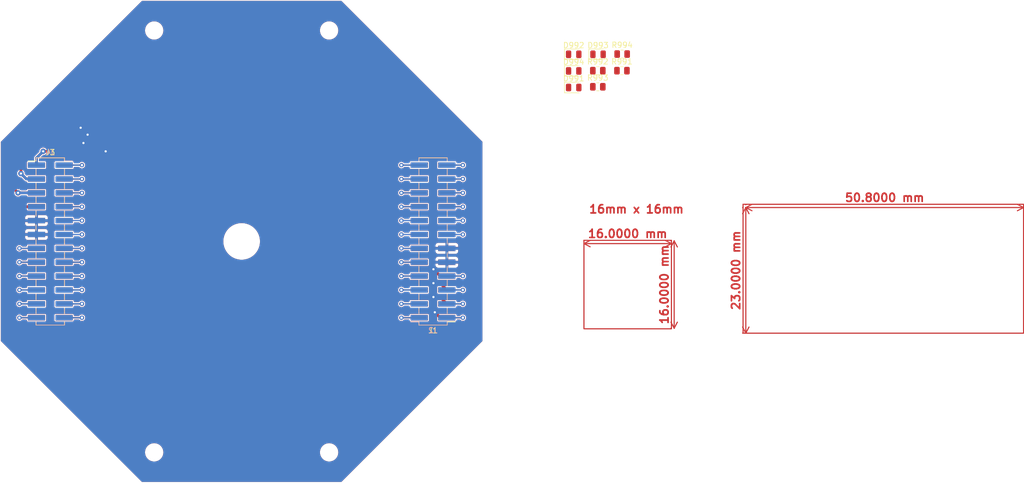
<source format=kicad_pcb>
(kicad_pcb (version 20211014) (generator pcbnew)
  (layers (0 "F.Cu" signal) (31 "B.Cu" signal) (34 "B.Paste" user) (35 "F.Paste" user) (36 "B.SilkS" user "B.Silkscreen") (37 "F.SilkS" user "F.Silkscreen") (38 "B.Mask" user) (39 "F.Mask" user) (44 "Edge.Cuts" user))
  (net 0 "")
  (net 1 "/VBAT")
  (net 2 "/B2B_GPIO_0")
  (net 3 "/9V")
  (net 4 "/B2B_GPIO_1")
  (net 5 "/5V")
  (net 6 "/B2B_GPIO_2")
  (net 7 "/3V3")
  (net 8 "/B2B_GPIO_3")
  (net 9 "/GND")
  (net 10 "/B2B_GPIO_4")
  (net 11 "Net-(D991-Pad2)")
  (net 12 "/B2B_GPIO_5")
  (net 13 "/CONT_3V3")
  (net 14 "/B2B_GPIO_6")
  (net 15 "/B2B_I2C_SDA")
  (net 16 "/B2B_GPIO_7")
  (net 17 "/B2B_I2C_SCL")
  (net 18 "/B2B_GPIO_8")
  (net 19 "/B2B_SPI_SCK")
  (net 20 "/B2B_GPIO_9")
  (net 21 "/B2B_SPI_MISO")
  (net 22 "/B2B_GPIO_10")
  (net 23 "/B2B_SPI_MOSI")
  (net 24 "/B2B_GPIO_11")
  (net 25 "Net-(D992-Pad2)")
  (net 26 "/CONT_GND")
  (net 27 "Net-(D993-Pad2)")
  (net 28 "Net-(D994-Pad2)")
  (net 29 "/B2B_UART_SDI")
  (net 30 "/B2B_UART_SDO")
  (net 31 "/TELEM_CS")
  (net 32 "/TELEM_INT")
  (net 33 "/TELEM_RST")
  (net 34 "/POWER_STATE")
  (net 35 "/POWER_RESET")
  (net 36 "/B2B_GPIO_12")
  (net 37 "/B2B_GPIO_13")
  (net 38 "/B2B_GPIO_14")
  (net 39 "/B2B_GPIO_15")
  (net 40 "/B2B_GPIO_16")
  (net 41 "/B2B_GPIO_17")
  (net 42 "/B2B_GPIO_18")
  (net 43 "/B2B_GPIO_19")
  (net 44 "/B2B_GPIO_20")
  (net 45 "/B2B_GPIO_21")
  (footprint "Connector_PinHeader_2.54mm:PinHeader_2x12_P2.54mm_Vertical_SMD" (layer "F.Cu") (at 156.9 96.5 180)
    (fp_text reference "J1" (at 0 -16.3) (layer "F.SilkS"))
    (fp_text value "Conn_02x12_Odd_Even")
    (fp_line (start -2.6 2.03) (end -2.6 3.05) (layer "F.SilkS") (width 0.12))
    (fp_line (start 2.6 -13.21) (end 2.6 -12.19) (layer "F.SilkS") (width 0.12))
    (fp_line (start -2.6 14.73) (end -2.6 15.3) (layer "F.SilkS") (width 0.12))
    (fp_line (start 2.6 -8.13) (end 2.6 -7.11) (layer "F.SilkS") (width 0.12))
    (fp_line (start 2.6 -3.05) (end 2.6 -2.03) (layer "F.SilkS") (width 0.12))
    (fp_line (start 2.6 2.03) (end 2.6 3.05) (layer "F.SilkS") (width 0.12))
    (fp_line (start 2.6 14.73) (end 2.6 15.3) (layer "F.SilkS") (width 0.12))
    (fp_line (start -2.6 -15.3) (end -2.6 -14.73) (layer "F.SilkS") (width 0.12))
    (fp_line (start -2.6 -3.05) (end -2.6 -2.03) (layer "F.SilkS") (width 0.12))
    (fp_line (start -2.6 -15.3) (end 2.6 -15.3) (layer "F.SilkS") (width 0.12))
    (fp_line (start 2.6 4.57) (end 2.6 5.59) (layer "F.SilkS") (width 0.12))
    (fp_line (start 2.6 -5.59) (end 2.6 -4.57) (layer "F.SilkS") (width 0.12))
    (fp_line (start -2.6 -13.21) (end -2.6 -12.19) (layer "F.SilkS") (width 0.12))
    (fp_line (start -2.6 15.3) (end 2.6 15.3) (layer "F.SilkS") (width 0.12))
    (fp_line (start -2.6 7.11) (end -2.6 8.13) (layer "F.SilkS") (width 0.12))
    (fp_line (start 2.6 9.65) (end 2.6 10.67) (layer "F.SilkS") (width 0.12))
    (fp_line (start -2.6 9.65) (end -2.6 10.67) (layer "F.SilkS") (width 0.12))
    (fp_line (start -2.6 -10.67) (end -2.6 -9.65) (layer "F.SilkS") (width 0.12))
    (fp_line (start 2.6 -15.3) (end 2.6 -14.73) (layer "F.SilkS") (width 0.12))
    (fp_line (start -2.6 -0.51) (end -2.6 0.51) (layer "F.SilkS") (width 0.12))
    (fp_line (start 2.6 7.11) (end 2.6 8.13) (layer "F.SilkS") (width 0.12))
    (fp_line (start -2.6 -5.59) (end -2.6 -4.57) (layer "F.SilkS") (width 0.12))
    (fp_line (start -2.6 4.57) (end -2.6 5.59) (layer "F.SilkS") (width 0.12))
    (fp_line (start -2.6 -8.13) (end -2.6 -7.11) (layer "F.SilkS") (width 0.12))
    (fp_line (start 2.6 -10.67) (end 2.6 -9.65) (layer "F.SilkS") (width 0.12))
    (fp_line (start 2.6 12.19) (end 2.6 13.21) (layer "F.SilkS") (width 0.12))
    (fp_line (start 2.6 -0.51) (end 2.6 0.51) (layer "F.SilkS") (width 0.12))
    (fp_line (start -4.04 -14.73) (end -2.6 -14.73) (layer "F.SilkS") (width 0.12))
    (fp_line (start -2.6 12.19) (end -2.6 13.21) (layer "F.SilkS") (width 0.12))
    (pad "1" smd rect locked (at -2.525 -13.97 180) (size 3.15 1) (layers "F.Cu" "F.Paste" "F.Mask") (net 1 "/VBAT"))
    (pad "2" smd rect locked (at 2.525 -13.97 180) (size 3.15 1) (layers "F.Cu" "F.Paste" "F.Mask") (net 29 "/B2B_UART_SDI"))
    (pad "3" smd rect locked (at -2.525 -11.43 180) (size 3.15 1) (layers "F.Cu" "F.Paste" "F.Mask") (net 3 "/9V"))
    (pad "4" smd rect locked (at 2.525 -11.43 180) (size 3.15 1) (layers "F.Cu" "F.Paste" "F.Mask") (net 30 "/B2B_UART_SDO"))
    (pad "5" smd rect locked (at -2.525 -8.89 180) (size 3.15 1) (layers "F.Cu" "F.Paste" "F.Mask") (net 5 "/5V"))
    (pad "6" smd rect locked (at 2.525 -8.89 180) (size 3.15 1) (layers "F.Cu" "F.Paste" "F.Mask") (net 31 "/TELEM_CS"))
    (pad "7" smd rect locked (at -2.525 -6.35 180) (size 3.15 1) (layers "F.Cu" "F.Paste" "F.Mask") (net 7 "/3V3"))
    (pad "8" smd rect locked (at 2.525 -6.35 180) (size 3.15 1) (layers "F.Cu" "F.Paste" "F.Mask") (net 32 "/TELEM_INT"))
    (pad "9" smd rect locked (at -2.525 -3.81 180) (size 3.15 1) (layers "F.Cu" "F.Paste" "F.Mask") (net 9 "/GND"))
    (pad "10" smd rect locked (at 2.525 -3.81 180) (size 3.15 1) (layers "F.Cu" "F.Paste" "F.Mask") (net 33 "/TELEM_RST"))
    (pad "11" smd rect locked (at -2.525 -1.27 180) (size 3.15 1) (layers "F.Cu" "F.Paste" "F.Mask") (net 9 "/GND"))
    (pad "12" smd rect locked (at 2.525 -1.27 180) (size 3.15 1) (layers "F.Cu" "F.Paste" "F.Mask") (net 34 "/POWER_STATE"))
    (pad "13" smd rect locked (at -2.525 1.27 180) (size 3.15 1) (layers "F.Cu" "F.Paste" "F.Mask") (net 13 "/CONT_3V3"))
    (pad "14" smd rect locked (at 2.525 1.27 180) (size 3.15 1) (layers "F.Cu" "F.Paste" "F.Mask") (net 35 "/POWER_RESET"))
    (pad "15" smd rect locked (at -2.525 3.81 180) (size 3.15 1) (layers "F.Cu" "F.Paste" "F.Mask") (net 19 "/B2B_SPI_SCK"))
    (pad "16" smd rect locked (at 2.525 3.81 180) (size 3.15 1) (layers "F.Cu" "F.Paste" "F.Mask") (net 2 "/B2B_GPIO_0"))
    (pad "17" smd rect locked (at -2.525 6.35 180) (size 3.15 1) (layers "F.Cu" "F.Paste" "F.Mask") (net 23 "/B2B_SPI_MOSI"))
    (pad "18" smd rect locked (at 2.525 6.35 180) (size 3.15 1) (layers "F.Cu" "F.Paste" "F.Mask") (net 4 "/B2B_GPIO_1"))
    (pad "19" smd rect locked (at -2.525 8.89 180) (size 3.15 1) (layers "F.Cu" "F.Paste" "F.Mask") (net 21 "/B2B_SPI_MISO"))
    (pad "20" smd rect locked (at 2.525 8.89 180) (size 3.15 1) (layers "F.Cu" "F.Paste" "F.Mask") (net 6 "/B2B_GPIO_2"))
    (pad "21" smd rect locked (at -2.525 11.43 180) (size 3.15 1) (layers "F.Cu" "F.Paste" "F.Mask") (net 17 "/B2B_I2C_SCL"))
    (pad "22" smd rect locked (at 2.525 11.43 180) (size 3.15 1) (layers "F.Cu" "F.Paste" "F.Mask") (net 8 "/B2B_GPIO_3"))
    (pad "23" smd rect locked (at -2.525 13.97 180) (size 3.15 1) (layers "F.Cu" "F.Paste" "F.Mask") (net 15 "/B2B_I2C_SDA"))
    (pad "24" smd rect locked (at 2.525 13.97 180) (size 3.15 1) (layers "F.Cu" "F.Paste" "F.Mask") (net 10 "/B2B_GPIO_4"))
  )
  (footprint "Resistor_SMD:R_0805_2012Metric" (layer "F.Cu") (at 191.446 65.241)
    (fp_text reference "R991" (at 0 -1.65) (layer "F.SilkS"))
    (fp_text value "270Ohm")
    (fp_line (start -0.227064 -0.735) (end 0.227064 -0.735) (layer "F.SilkS") (width 0.12))
    (fp_line (start -0.227064 0.735) (end 0.227064 0.735) (layer "F.SilkS") (width 0.12))
    (pad "1" smd roundrect locked (at -0.9125 0) (size 1.025 1.4) (layers "F.Cu" "F.Paste" "F.Mask") (roundrect_rratio 0.243902) (net 11 "Net-(D991-Pad2)"))
    (pad "2" smd roundrect locked (at 0.9125 0) (size 1.025 1.4) (layers "F.Cu" "F.Paste" "F.Mask") (roundrect_rratio 0.243902) (net 13 "/CONT_3V3"))
  )
  (footprint "LED_SMD:LED_0805_2012Metric" (layer "F.Cu") (at 187.076 62.246)
    (fp_text reference "D993" (at 0 -1.65) (layer "F.SilkS"))
    (fp_text value "GREEN")
    (fp_line (start 1 -0.96) (end -1.685 -0.96) (layer "F.SilkS") (width 0.12))
    (fp_line (start -1.685 -0.96) (end -1.685 0.96) (layer "F.SilkS") (width 0.12))
    (fp_line (start -1.685 0.96) (end 1 0.96) (layer "F.SilkS") (width 0.12))
    (pad "1" smd roundrect locked (at -0.9375 0) (size 0.975 1.4) (layers "F.Cu" "F.Paste" "F.Mask") (net 26 "/CONT_GND"))
    (pad "2" smd roundrect locked (at 0.9375 0) (size 0.975 1.4) (layers "F.Cu" "F.Paste" "F.Mask") (net 27 "Net-(D993-Pad2)"))
  )
  (footprint "Resistor_SMD:R_0805_2012Metric" (layer "F.Cu") (at 187.036 65.241)
    (fp_text reference "R992" (at 0 -1.65) (layer "F.SilkS"))
    (fp_text value "270Ohm")
    (fp_line (start -0.227064 0.735) (end 0.227064 0.735) (layer "F.SilkS") (width 0.12))
    (fp_line (start -0.227064 -0.735) (end 0.227064 -0.735) (layer "F.SilkS") (width 0.12))
    (pad "1" smd roundrect locked (at -0.9125 0) (size 1.025 1.4) (layers "F.Cu" "F.Paste" "F.Mask") (roundrect_rratio 0.243902) (net 25 "Net-(D992-Pad2)"))
    (pad "2" smd roundrect locked (at 0.9125 0) (size 1.025 1.4) (layers "F.Cu" "F.Paste" "F.Mask") (roundrect_rratio 0.243902) (net 7 "/3V3"))
  )
  (footprint "LED_SMD:LED_0805_2012Metric" (layer "F.Cu") (at 182.626 62.246)
    (fp_text reference "D992" (at 0 -1.65) (layer "F.SilkS"))
    (fp_text value "RED")
    (fp_line (start 1 -0.96) (end -1.685 -0.96) (layer "F.SilkS") (width 0.12))
    (fp_line (start -1.685 0.96) (end 1 0.96) (layer "F.SilkS") (width 0.12))
    (fp_line (start -1.685 -0.96) (end -1.685 0.96) (layer "F.SilkS") (width 0.12))
    (pad "1" smd roundrect locked (at -0.9375 0) (size 0.975 1.4) (layers "F.Cu" "F.Paste" "F.Mask") (net 13 "/CONT_3V3"))
    (pad "2" smd roundrect locked (at 0.9375 0) (size 0.975 1.4) (layers "F.Cu" "F.Paste" "F.Mask") (net 25 "Net-(D992-Pad2)"))
  )
  (footprint "Resistor_SMD:R_0805_2012Metric" (layer "F.Cu") (at 191.486 62.201)
    (fp_text reference "R994" (at 0 -1.65) (layer "F.SilkS"))
    (fp_text value "270Ohm")
    (fp_line (start -0.227064 0.735) (end 0.227064 0.735) (layer "F.SilkS") (width 0.12))
    (fp_line (start -0.227064 -0.735) (end 0.227064 -0.735) (layer "F.SilkS") (width 0.12))
    (pad "1" smd roundrect locked (at -0.9125 0) (size 1.025 1.4) (layers "F.Cu" "F.Paste" "F.Mask") (roundrect_rratio 0.243902) (net 28 "Net-(D994-Pad2)"))
    (pad "2" smd roundrect locked (at 0.9125 0) (size 1.025 1.4) (layers "F.Cu" "F.Paste" "F.Mask") (roundrect_rratio 0.243902) (net 26 "/CONT_GND"))
  )
  (footprint "LED_SMD:LED_0805_2012Metric" (layer "F.Cu") (at 182.626 68.326)
    (fp_text reference "D991" (at 0 -1.65) (layer "F.SilkS"))
    (fp_text value "GREEN")
    (fp_line (start -1.685 -0.96) (end -1.685 0.96) (layer "F.SilkS") (width 0.12))
    (fp_line (start -1.685 0.96) (end 1 0.96) (layer "F.SilkS") (width 0.12))
    (fp_line (start 1 -0.96) (end -1.685 -0.96) (layer "F.SilkS") (width 0.12))
    (pad "1" smd roundrect locked (at -0.9375 0) (size 0.975 1.4) (layers "F.Cu" "F.Paste" "F.Mask") (net 9 "/GND"))
    (pad "2" smd roundrect locked (at 0.9375 0) (size 0.975 1.4) (layers "F.Cu" "F.Paste" "F.Mask") (net 11 "Net-(D991-Pad2)"))
  )
  (footprint "LED_SMD:LED_0805_2012Metric" (layer "F.Cu") (at 182.626 65.286)
    (fp_text reference "D994" (at 0 -1.65) (layer "F.SilkS"))
    (fp_text value "RED")
    (fp_line (start 1 -0.96) (end -1.685 -0.96) (layer "F.SilkS") (width 0.12))
    (fp_line (start -1.685 -0.96) (end -1.685 0.96) (layer "F.SilkS") (width 0.12))
    (fp_line (start -1.685 0.96) (end 1 0.96) (layer "F.SilkS") (width 0.12))
    (pad "1" smd roundrect locked (at -0.9375 0) (size 0.975 1.4) (layers "F.Cu" "F.Paste" "F.Mask") (net 7 "/3V3"))
    (pad "2" smd roundrect locked (at 0.9375 0) (size 0.975 1.4) (layers "F.Cu" "F.Paste" "F.Mask") (net 28 "Net-(D994-Pad2)"))
  )
  (footprint "Connector_PinHeader_2.54mm:PinHeader_2x12_P2.54mm_Vertical_SMD" (layer "F.Cu") (at 86.9 96.5)
    (fp_text reference "J3" (at 0 -16.3) (layer "F.SilkS"))
    (fp_text value "Conn_02x12_Odd_Even")
    (fp_line (start -2.6 -8.13) (end -2.6 -7.11) (layer "F.SilkS") (width 0.12))
    (fp_line (start 2.6 -0.51) (end 2.6 0.51) (layer "F.SilkS") (width 0.12))
    (fp_line (start -2.6 -15.3) (end 2.6 -15.3) (layer "F.SilkS") (width 0.12))
    (fp_line (start -2.6 -15.3) (end -2.6 -14.73) (layer "F.SilkS") (width 0.12))
    (fp_line (start -2.6 -3.05) (end -2.6 -2.03) (layer "F.SilkS") (width 0.12))
    (fp_line (start 2.6 4.57) (end 2.6 5.59) (layer "F.SilkS") (width 0.12))
    (fp_line (start 2.6 2.03) (end 2.6 3.05) (layer "F.SilkS") (width 0.12))
    (fp_line (start -2.6 12.19) (end -2.6 13.21) (layer "F.SilkS") (width 0.12))
    (fp_line (start -2.6 -10.67) (end -2.6 -9.65) (layer "F.SilkS") (width 0.12))
    (fp_line (start 2.6 -8.13) (end 2.6 -7.11) (layer "F.SilkS") (width 0.12))
    (fp_line (start -2.6 -0.51) (end -2.6 0.51) (layer "F.SilkS") (width 0.12))
    (fp_line (start -2.6 -5.59) (end -2.6 -4.57) (layer "F.SilkS") (width 0.12))
    (fp_line (start 2.6 -5.59) (end 2.6 -4.57) (layer "F.SilkS") (width 0.12))
    (fp_line (start -2.6 15.3) (end 2.6 15.3) (layer "F.SilkS") (width 0.12))
    (fp_line (start 2.6 7.11) (end 2.6 8.13) (layer "F.SilkS") (width 0.12))
    (fp_line (start 2.6 12.19) (end 2.6 13.21) (layer "F.SilkS") (width 0.12))
    (fp_line (start -2.6 4.57) (end -2.6 5.59) (layer "F.SilkS") (width 0.12))
    (fp_line (start 2.6 14.73) (end 2.6 15.3) (layer "F.SilkS") (width 0.12))
    (fp_line (start 2.6 -15.3) (end 2.6 -14.73) (layer "F.SilkS") (width 0.12))
    (fp_line (start 2.6 -10.67) (end 2.6 -9.65) (layer "F.SilkS") (width 0.12))
    (fp_line (start -2.6 14.73) (end -2.6 15.3) (layer "F.SilkS") (width 0.12))
    (fp_line (start -4.04 -14.73) (end -2.6 -14.73) (layer "F.SilkS") (width 0.12))
    (fp_line (start -2.6 2.03) (end -2.6 3.05) (layer "F.SilkS") (width 0.12))
    (fp_line (start 2.6 -13.21) (end 2.6 -12.19) (layer "F.SilkS") (width 0.12))
    (fp_line (start 2.6 -3.05) (end 2.6 -2.03) (layer "F.SilkS") (width 0.12))
    (fp_line (start -2.6 -13.21) (end -2.6 -12.19) (layer "F.SilkS") (width 0.12))
    (fp_line (start -2.6 9.65) (end -2.6 10.67) (layer "F.SilkS") (width 0.12))
    (fp_line (start -2.6 7.11) (end -2.6 8.13) (layer "F.SilkS") (width 0.12))
    (fp_line (start 2.6 9.65) (end 2.6 10.67) (layer "F.SilkS") (width 0.12))
    (pad "1" smd rect locked (at -2.525 -13.97) (size 3.15 1) (layers "F.Cu" "F.Paste" "F.Mask") (net 1 "/VBAT"))
    (pad "2" smd rect locked (at 2.525 -13.97) (size 3.15 1) (layers "F.Cu" "F.Paste" "F.Mask") (net 22 "/B2B_GPIO_10"))
    (pad "3" smd rect locked (at -2.525 -11.43) (size 3.15 1) (layers "F.Cu" "F.Paste" "F.Mask") (net 3 "/9V"))
    (pad "4" smd rect locked (at 2.525 -11.43) (size 3.15 1) (layers "F.Cu" "F.Paste" "F.Mask") (net 24 "/B2B_GPIO_11"))
    (pad "5" smd rect locked (at -2.525 -8.89) (size 3.15 1) (layers "F.Cu" "F.Paste" "F.Mask") (net 5 "/5V"))
    (pad "6" smd rect locked (at 2.525 -8.89) (size 3.15 1) (layers "F.Cu" "F.Paste" "F.Mask") (net 36 "/B2B_GPIO_12"))
    (pad "7" smd rect locked (at -2.525 -6.35) (size 3.15 1) (layers "F.Cu" "F.Paste" "F.Mask") (net 7 "/3V3"))
    (pad "8" smd rect locked (at 2.525 -6.35) (size 3.15 1) (layers "F.Cu" "F.Paste" "F.Mask") (net 37 "/B2B_GPIO_13"))
    (pad "9" smd rect locked (at -2.525 -3.81) (size 3.15 1) (layers "F.Cu" "F.Paste" "F.Mask") (net 9 "/GND"))
    (pad "10" smd rect locked (at 2.525 -3.81) (size 3.15 1) (layers "F.Cu" "F.Paste" "F.Mask") (net 38 "/B2B_GPIO_14"))
    (pad "11" smd rect locked (at -2.525 -1.27) (size 3.15 1) (layers "F.Cu" "F.Paste" "F.Mask") (net 9 "/GND"))
    (pad "12" smd rect locked (at 2.525 -1.27) (size 3.15 1) (layers "F.Cu" "F.Paste" "F.Mask") (net 39 "/B2B_GPIO_15"))
    (pad "13" smd rect locked (at -2.525 1.27) (size 3.15 1) (layers "F.Cu" "F.Paste" "F.Mask") (net 26 "/CONT_GND"))
    (pad "14" smd rect locked (at 2.525 1.27) (size 3.15 1) (layers "F.Cu" "F.Paste" "F.Mask") (net 40 "/B2B_GPIO_16"))
    (pad "15" smd rect locked (at -2.525 3.81) (size 3.15 1) (layers "F.Cu" "F.Paste" "F.Mask") (net 12 "/B2B_GPIO_5"))
    (pad "16" smd rect locked (at 2.525 3.81) (size 3.15 1) (layers "F.Cu" "F.Paste" "F.Mask") (net 41 "/B2B_GPIO_17"))
    (pad "17" smd rect locked (at -2.525 6.35) (size 3.15 1) (layers "F.Cu" "F.Paste" "F.Mask") (net 14 "/B2B_GPIO_6"))
    (pad "18" smd rect locked (at 2.525 6.35) (size 3.15 1) (layers "F.Cu" "F.Paste" "F.Mask") (net 42 "/B2B_GPIO_18"))
    (pad "19" smd rect locked (at -2.525 8.89) (size 3.15 1) (layers "F.Cu" "F.Paste" "F.Mask") (net 16 "/B2B_GPIO_7"))
    (pad "20" smd rect locked (at 2.525 8.89) (size 3.15 1) (layers "F.Cu" "F.Paste" "F.Mask") (net 43 "/B2B_GPIO_19"))
    (pad "21" smd rect locked (at -2.525 11.43) (size 3.15 1) (layers "F.Cu" "F.Paste" "F.Mask") (net 18 "/B2B_GPIO_8"))
    (pad "22" smd rect locked (at 2.525 11.43) (size 3.15 1) (layers "F.Cu" "F.Paste" "F.Mask") (net 44 "/B2B_GPIO_20"))
    (pad "23" smd rect locked (at -2.525 13.97) (size 3.15 1) (layers "F.Cu" "F.Paste" "F.Mask") (net 20 "/B2B_GPIO_9"))
    (pad "24" smd rect locked (at 2.525 13.97) (size 3.15 1) (layers "F.Cu" "F.Paste" "F.Mask") (net 45 "/B2B_GPIO_21"))
  )
  (footprint "Resistor_SMD:R_0805_2012Metric" (layer "F.Cu") (at 187.036 68.191)
    (fp_text reference "R993" (at 0 -1.65) (layer "F.SilkS"))
    (fp_text value "270Ohm")
    (fp_line (start -0.227064 -0.735) (end 0.227064 -0.735) (layer "F.SilkS") (width 0.12))
    (fp_line (start -0.227064 0.735) (end 0.227064 0.735) (layer "F.SilkS") (width 0.12))
    (pad "1" smd roundrect locked (at -0.9125 0) (size 1.025 1.4) (layers "F.Cu" "F.Paste" "F.Mask") (roundrect_rratio 0.243902) (net 27 "Net-(D993-Pad2)"))
    (pad "2" smd roundrect locked (at 0.9125 0) (size 1.025 1.4) (layers "F.Cu" "F.Paste" "F.Mask") (roundrect_rratio 0.243902) (net 7 "/3V3"))
  )
  (footprint "Connector_PinHeader_2.54mm:PinHeader_2x12_P2.54mm_Vertical_SMD" (layer "B.Cu") (at 156.9 96.5)
    (fp_text reference "J2" (at 0 16.3) (layer "B.SilkS") (effects (justify mirror)))
    (fp_text value "Conn_02x12_Odd_Even")
    (fp_line (start -2.6 -15.3) (end 2.6 -15.3) (layer "B.SilkS") (width 0.12))
    (fp_line (start -2.6 -2.03) (end -2.6 -3.05) (layer "B.SilkS") (width 0.12))
    (fp_line (start 2.6 -9.65) (end 2.6 -10.67) (layer "B.SilkS") (width 0.12))
    (fp_line (start -2.6 -12.19) (end -2.6 -13.21) (layer "B.SilkS") (width 0.12))
    (fp_line (start 2.6 5.59) (end 2.6 4.57) (layer "B.SilkS") (width 0.12))
    (fp_line (start -2.6 3.05) (end -2.6 2.03) (layer "B.SilkS") (width 0.12))
    (fp_line (start 2.6 -14.73) (end 2.6 -15.3) (layer "B.SilkS") (width 0.12))
    (fp_line (start 2.6 -2.03) (end 2.6 -3.05) (layer "B.SilkS") (width 0.12))
    (fp_line (start 2.6 -12.19) (end 2.6 -13.21) (layer "B.SilkS") (width 0.12))
    (fp_line (start 2.6 0.51) (end 2.6 -0.51) (layer "B.SilkS") (width 0.12))
    (fp_line (start -2.6 15.3) (end 2.6 15.3) (layer "B.SilkS") (width 0.12))
    (fp_line (start -4.04 14.73) (end -2.6 14.73) (layer "B.SilkS") (width 0.12))
    (fp_line (start 2.6 3.05) (end 2.6 2.03) (layer "B.SilkS") (width 0.12))
    (fp_line (start 2.6 8.13) (end 2.6 7.11) (layer "B.SilkS") (width 0.12))
    (fp_line (start 2.6 -4.57) (end 2.6 -5.59) (layer "B.SilkS") (width 0.12))
    (fp_line (start -2.6 -4.57) (end -2.6 -5.59) (layer "B.SilkS") (width 0.12))
    (fp_line (start 2.6 13.21) (end 2.6 12.19) (layer "B.SilkS") (width 0.12))
    (fp_line (start -2.6 -9.65) (end -2.6 -10.67) (layer "B.SilkS") (width 0.12))
    (fp_line (start 2.6 -7.11) (end 2.6 -8.13) (layer "B.SilkS") (width 0.12))
    (fp_line (start -2.6 15.3) (end -2.6 14.73) (layer "B.SilkS") (width 0.12))
    (fp_line (start -2.6 5.59) (end -2.6 4.57) (layer "B.SilkS") (width 0.12))
    (fp_line (start -2.6 8.13) (end -2.6 7.11) (layer "B.SilkS") (width 0.12))
    (fp_line (start 2.6 10.67) (end 2.6 9.65) (layer "B.SilkS") (width 0.12))
    (fp_line (start -2.6 0.51) (end -2.6 -0.51) (layer "B.SilkS") (width 0.12))
    (fp_line (start -2.6 -14.73) (end -2.6 -15.3) (layer "B.SilkS") (width 0.12))
    (fp_line (start -2.6 10.67) (end -2.6 9.65) (layer "B.SilkS") (width 0.12))
    (fp_line (start -2.6 13.21) (end -2.6 12.19) (layer "B.SilkS") (width 0.12))
    (fp_line (start -2.6 -7.11) (end -2.6 -8.13) (layer "B.SilkS") (width 0.12))
    (fp_line (start 2.6 15.3) (end 2.6 14.73) (layer "B.SilkS") (width 0.12))
    (pad "1" smd rect locked (at -2.525 13.97) (size 3.15 1) (layers "B.Cu" "B.Paste" "B.Mask") (net 29 "/B2B_UART_SDI"))
    (pad "2" smd rect locked (at 2.525 13.97) (size 3.15 1) (layers "B.Cu" "B.Paste" "B.Mask") (net 1 "/VBAT"))
    (pad "3" smd rect locked (at -2.525 11.43) (size 3.15 1) (layers "B.Cu" "B.Paste" "B.Mask") (net 30 "/B2B_UART_SDO"))
    (pad "4" smd rect locked (at 2.525 11.43) (size 3.15 1) (layers "B.Cu" "B.Paste" "B.Mask") (net 3 "/9V"))
    (pad "5" smd rect locked (at -2.525 8.89) (size 3.15 1) (layers "B.Cu" "B.Paste" "B.Mask") (net 31 "/TELEM_CS"))
    (pad "6" smd rect locked (at 2.525 8.89) (size 3.15 1) (layers "B.Cu" "B.Paste" "B.Mask") (net 5 "/5V"))
    (pad "7" smd rect locked (at -2.525 6.35) (size 3.15 1) (layers "B.Cu" "B.Paste" "B.Mask") (net 32 "/TELEM_INT"))
    (pad "8" smd rect locked (at 2.525 6.35) (size 3.15 1) (layers "B.Cu" "B.Paste" "B.Mask") (net 7 "/3V3"))
    (pad "9" smd rect locked (at -2.525 3.81) (size 3.15 1) (layers "B.Cu" "B.Paste" "B.Mask") (net 33 "/TELEM_RST"))
    (pad "10" smd rect locked (at 2.525 3.81) (size 3.15 1) (layers "B.Cu" "B.Paste" "B.Mask") (net 9 "/GND"))
    (pad "11" smd rect locked (at -2.525 1.27) (size 3.15 1) (layers "B.Cu" "B.Paste" "B.Mask") (net 34 "/POWER_STATE"))
    (pad "12" smd rect locked (at 2.525 1.27) (size 3.15 1) (layers "B.Cu" "B.Paste" "B.Mask") (net 9 "/GND"))
    (pad "13" smd rect locked (at -2.525 -1.27) (size 3.15 1) (layers "B.Cu" "B.Paste" "B.Mask") (net 35 "/POWER_RESET"))
    (pad "14" smd rect locked (at 2.525 -1.27) (size 3.15 1) (layers "B.Cu" "B.Paste" "B.Mask") (net 13 "/CONT_3V3"))
    (pad "15" smd rect locked (at -2.525 -3.81) (size 3.15 1) (layers "B.Cu" "B.Paste" "B.Mask") (net 2 "/B2B_GPIO_0"))
    (pad "16" smd rect locked (at 2.525 -3.81) (size 3.15 1) (layers "B.Cu" "B.Paste" "B.Mask") (net 19 "/B2B_SPI_SCK"))
    (pad "17" smd rect locked (at -2.525 -6.35) (size 3.15 1) (layers "B.Cu" "B.Paste" "B.Mask") (net 4 "/B2B_GPIO_1"))
    (pad "18" smd rect locked (at 2.525 -6.35) (size 3.15 1) (layers "B.Cu" "B.Paste" "B.Mask") (net 23 "/B2B_SPI_MOSI"))
    (pad "19" smd rect locked (at -2.525 -8.89) (size 3.15 1) (layers "B.Cu" "B.Paste" "B.Mask") (net 6 "/B2B_GPIO_2"))
    (pad "20" smd rect locked (at 2.525 -8.89) (size 3.15 1) (layers "B.Cu" "B.Paste" "B.Mask") (net 21 "/B2B_SPI_MISO"))
    (pad "21" smd rect locked (at -2.525 -11.43) (size 3.15 1) (layers "B.Cu" "B.Paste" "B.Mask") (net 8 "/B2B_GPIO_3"))
    (pad "22" smd rect locked (at 2.525 -11.43) (size 3.15 1) (layers "B.Cu" "B.Paste" "B.Mask") (net 17 "/B2B_I2C_SCL"))
    (pad "23" smd rect locked (at -2.525 -13.97) (size 3.15 1) (layers "B.Cu" "B.Paste" "B.Mask") (net 10 "/B2B_GPIO_4"))
    (pad "24" smd rect locked (at 2.525 -13.97) (size 3.15 1) (layers "B.Cu" "B.Paste" "B.Mask") (net 15 "/B2B_I2C_SDA"))
  )
  (footprint "Connector_PinHeader_2.54mm:PinHeader_2x12_P2.54mm_Vertical_SMD" (layer "B.Cu") (at 86.9 96.5 180)
    (fp_text reference "J4" (at 0 16.3) (layer "B.SilkS") (effects (justify mirror)))
    (fp_text value "Conn_02x12_Odd_Even")
    (fp_line (start 2.6 -12.19) (end 2.6 -13.21) (layer "B.SilkS") (width 0.12))
    (fp_line (start 2.6 13.21) (end 2.6 12.19) (layer "B.SilkS") (width 0.12))
    (fp_line (start 2.6 -14.73) (end 2.6 -15.3) (layer "B.SilkS") (width 0.12))
    (fp_line (start -2.6 15.3) (end -2.6 14.73) (layer "B.SilkS") (width 0.12))
    (fp_line (start -2.6 15.3) (end 2.6 15.3) (layer "B.SilkS") (width 0.12))
    (fp_line (start 2.6 5.59) (end 2.6 4.57) (layer "B.SilkS") (width 0.12))
    (fp_line (start 2.6 -2.03) (end 2.6 -3.05) (layer "B.SilkS") (width 0.12))
    (fp_line (start -2.6 -2.03) (end -2.6 -3.05) (layer "B.SilkS") (width 0.12))
    (fp_line (start -2.6 -12.19) (end -2.6 -13.21) (layer "B.SilkS") (width 0.12))
    (fp_line (start -2.6 13.21) (end -2.6 12.19) (layer "B.SilkS") (width 0.12))
    (fp_line (start -2.6 8.13) (end -2.6 7.11) (layer "B.SilkS") (width 0.12))
    (fp_line (start 2.6 -7.11) (end 2.6 -8.13) (layer "B.SilkS") (width 0.12))
    (fp_line (start -2.6 10.67) (end -2.6 9.65) (layer "B.SilkS") (width 0.12))
    (fp_line (start 2.6 3.05) (end 2.6 2.03) (layer "B.SilkS") (width 0.12))
    (fp_line (start -2.6 -15.3) (end 2.6 -15.3) (layer "B.SilkS") (width 0.12))
    (fp_line (start 2.6 -9.65) (end 2.6 -10.67) (layer "B.SilkS") (width 0.12))
    (fp_line (start -2.6 -7.11) (end -2.6 -8.13) (layer "B.SilkS") (width 0.12))
    (fp_line (start 2.6 10.67) (end 2.6 9.65) (layer "B.SilkS") (width 0.12))
    (fp_line (start -4.04 14.73) (end -2.6 14.73) (layer "B.SilkS") (width 0.12))
    (fp_line (start -2.6 -4.57) (end -2.6 -5.59) (layer "B.SilkS") (width 0.12))
    (fp_line (start -2.6 3.05) (end -2.6 2.03) (layer "B.SilkS") (width 0.12))
    (fp_line (start 2.6 8.13) (end 2.6 7.11) (layer "B.SilkS") (width 0.12))
    (fp_line (start 2.6 15.3) (end 2.6 14.73) (layer "B.SilkS") (width 0.12))
    (fp_line (start -2.6 5.59) (end -2.6 4.57) (layer "B.SilkS") (width 0.12))
    (fp_line (start -2.6 0.51) (end -2.6 -0.51) (layer "B.SilkS") (width 0.12))
    (fp_line (start -2.6 -14.73) (end -2.6 -15.3) (layer "B.SilkS") (width 0.12))
    (fp_line (start 2.6 0.51) (end 2.6 -0.51) (layer "B.SilkS") (width 0.12))
    (fp_line (start -2.6 -9.65) (end -2.6 -10.67) (layer "B.SilkS") (width 0.12))
    (fp_line (start 2.6 -4.57) (end 2.6 -5.59) (layer "B.SilkS") (width 0.12))
    (pad "1" smd rect locked (at -2.525 13.97 180) (size 3.15 1) (layers "B.Cu" "B.Paste" "B.Mask") (net 22 "/B2B_GPIO_10"))
    (pad "2" smd rect locked (at 2.525 13.97 180) (size 3.15 1) (layers "B.Cu" "B.Paste" "B.Mask") (net 1 "/VBAT"))
    (pad "3" smd rect locked (at -2.525 11.43 180) (size 3.15 1) (layers "B.Cu" "B.Paste" "B.Mask") (net 24 "/B2B_GPIO_11"))
    (pad "4" smd rect locked (at 2.525 11.43 180) (size 3.15 1) (layers "B.Cu" "B.Paste" "B.Mask") (net 3 "/9V"))
    (pad "5" smd rect locked (at -2.525 8.89 180) (size 3.15 1) (layers "B.Cu" "B.Paste" "B.Mask") (net 36 "/B2B_GPIO_12"))
    (pad "6" smd rect locked (at 2.525 8.89 180) (size 3.15 1) (layers "B.Cu" "B.Paste" "B.Mask") (net 5 "/5V"))
    (pad "7" smd rect locked (at -2.525 6.35 180) (size 3.15 1) (layers "B.Cu" "B.Paste" "B.Mask") (net 37 "/B2B_GPIO_13"))
    (pad "8" smd rect locked (at 2.525 6.35 180) (size 3.15 1) (layers "B.Cu" "B.Paste" "B.Mask") (net 7 "/3V3"))
    (pad "9" smd rect locked (at -2.525 3.81 180) (size 3.15 1) (layers "B.Cu" "B.Paste" "B.Mask") (net 38 "/B2B_GPIO_14"))
    (pad "10" smd rect locked (at 2.525 3.81 180) (size 3.15 1) (layers "B.Cu" "B.Paste" "B.Mask") (net 9 "/GND"))
    (pad "11" smd rect locked (at -2.525 1.27 180) (size 3.15 1) (layers "B.Cu" "B.Paste" "B.Mask") (net 39 "/B2B_GPIO_15"))
    (pad "12" smd rect locked (at 2.525 1.27 180) (size 3.15 1) (layers "B.Cu" "B.Paste" "B.Mask") (net 9 "/GND"))
    (pad "13" smd rect locked (at -2.525 -1.27 180) (size 3.15 1) (layers "B.Cu" "B.Paste" "B.Mask") (net 40 "/B2B_GPIO_16"))
    (pad "14" smd rect locked (at 2.525 -1.27 180) (size 3.15 1) (layers "B.Cu" "B.Paste" "B.Mask") (net 26 "/CONT_GND"))
    (pad "15" smd rect locked (at -2.525 -3.81 180) (size 3.15 1) (layers "B.Cu" "B.Paste" "B.Mask") (net 41 "/B2B_GPIO_17"))
    (pad "16" smd rect locked (at 2.525 -3.81 180) (size 3.15 1) (layers "B.Cu" "B.Paste" "B.Mask") (net 12 "/B2B_GPIO_5"))
    (pad "17" smd rect locked (at -2.525 -6.35 180) (size 3.15 1) (layers "B.Cu" "B.Paste" "B.Mask") (net 42 "/B2B_GPIO_18"))
    (pad "18" smd rect locked (at 2.525 -6.35 180) (size 3.15 1) (layers "B.Cu" "B.Paste" "B.Mask") (net 14 "/B2B_GPIO_6"))
    (pad "19" smd rect locked (at -2.525 -8.89 180) (size 3.15 1) (layers "B.Cu" "B.Paste" "B.Mask") (net 43 "/B2B_GPIO_19"))
    (pad "20" smd rect locked (at 2.525 -8.89 180) (size 3.15 1) (layers "B.Cu" "B.Paste" "B.Mask") (net 16 "/B2B_GPIO_7"))
    (pad "21" smd rect locked (at -2.525 -11.43 180) (size 3.15 1) (layers "B.Cu" "B.Paste" "B.Mask") (net 44 "/B2B_GPIO_20"))
    (pad "22" smd rect locked (at 2.525 -11.43 180) (size 3.15 1) (layers "B.Cu" "B.Paste" "B.Mask") (net 18 "/B2B_GPIO_8"))
    (pad "23" smd rect locked (at -2.525 -13.97 180) (size 3.15 1) (layers "B.Cu" "B.Paste" "B.Mask") (net 45 "/B2B_GPIO_21"))
    (pad "24" smd rect locked (at 2.525 -13.97 180) (size 3.15 1) (layers "B.Cu" "B.Paste" "B.Mask") (net 20 "/B2B_GPIO_9"))
  )
  (gr_rect (start 213.6 113.3) (end 264.9 89.7) (layer "F.Cu") (width 0.2) (fill none))
  (gr_rect (start 200.5 96.3) (end 184.5 112.5) (layer "F.Cu") (width 0.2) (fill none))
  (gr_line (start 103.607732 140.661442) (end 140.192268 140.661442) (layer "Edge.Cuts") (width 0.01))
  (gr_line (start 166.061442 78.207732) (end 140.192268 52.338558) (layer "Edge.Cuts") (width 0.01))
  (gr_line (start 140.192268 52.338558) (end 103.607732 52.338558) (layer "Edge.Cuts") (width 0.01))
  (gr_line (start 77.738558 78.207732) (end 77.738558 114.792268) (layer "Edge.Cuts") (width 0.01))
  (gr_line (start 103.607732 52.338558) (end 77.738558 78.207732) (layer "Edge.Cuts") (width 0.01))
  (gr_circle (center 137.896167 57.881836) (end 139.446167 57.881836) (layer "Edge.Cuts") (width 0.01) (fill none))
  (gr_line (start 77.738558 114.792268) (end 103.607732 140.661442) (layer "Edge.Cuts") (width 0.01))
  (gr_circle (center 105.903833 135.118164) (end 107.453833 135.118164) (layer "Edge.Cuts") (width 0.01) (fill none))
  (gr_line (start 140.192268 140.661442) (end 166.061442 114.792268) (layer "Edge.Cuts") (width 0.01))
  (gr_circle (center 105.903833 57.881836) (end 107.453833 57.881836) (layer "Edge.Cuts") (width 0.01) (fill none))
  (gr_circle (center 121.9 96.5) (end 125.125 96.5) (layer "Edge.Cuts") (width 0.01) (fill none))
  (gr_circle (center 137.896167 135.118164) (end 139.446167 135.118164) (layer "Edge.Cuts") (width 0.01) (fill none))
  (gr_line (start 166.061442 114.792268) (end 166.061442 78.207732) (layer "Edge.Cuts") (width 0.01))
  (gr_text "16mm x 16mm" (at 194.1 90.6) (layer "F.Cu") (effects (font (size 1.5 1.5) (thickness 0.3))))
  (dimension (type aligned) (layer "F.Cu") (pts (xy 201 112.4) (xy 201 96.4)) (height 0) (gr_text "16.0000 mm" (at 199.2 104.4 90) (layer "F.Cu") (effects (font (size 1.5 1.5) (thickness 0.3)))) (format (units 3) (units_format 1) (precision 4)) (style (thickness 0.2) (arrow_length 1.27) (text_position_mode 0) (extension_height 0.58642) (extension_offset 0.5) keep_text_aligned))
  (dimension (type aligned) (layer "F.Cu") (pts (xy 184.5 96.9) (xy 200.5 96.9)) (height 0) (gr_text "16.0000 mm" (at 192.5 95.1) (layer "F.Cu") (effects (font (size 1.5 1.5) (thickness 0.3)))) (format (units 3) (units_format 1) (precision 4)) (style (thickness 0.2) (arrow_length 1.27) (text_position_mode 0) (extension_height 0.58642) (extension_offset 0.5) keep_text_aligned))
  (dimension (type aligned) (layer "F.Cu") (pts (xy 214.1 90.3) (xy 264.9 90.3)) (height 0) (gr_text "50.8000 mm" (at 239.5 88.5) (layer "F.Cu") (effects (font (size 1.5 1.5) (thickness 0.3)))) (format (units 3) (units_format 1) (precision 4)) (style (thickness 0.2) (arrow_length 1.27) (text_position_mode 0) (extension_height 0.58642) (extension_offset 0.5) keep_text_aligned))
  (dimension (type aligned) (layer "F.Cu") (pts (xy 214.1 113.3) (xy 214.1 90.3)) (height 0) (gr_text "23.0000 mm" (at 212.3 101.8 90) (layer "F.Cu") (effects (font (size 1.5 1.5) (thickness 0.3)))) (format (units 3) (units_format 1) (precision 4)) (style (thickness 0.2) (arrow_length 1.27) (text_position_mode 0) (extension_height 0.58642) (extension_offset 0.5) keep_text_aligned))
  (segment (start 158.222 110.47) (end 157.226 109.474) (width 0.5) (layer "F.Cu") (net 1))
  (segment (start 84.375 82.53) (end 84.375 81.233) (width 0.5) (layer "F.Cu") (net 1))
  (segment (start 97.028 80.01) (end 85.598 80.01) (width 0.5) (layer "F.Cu") (net 1))
  (segment (start 162.353 110.47) (end 159.238 110.47) (width 0.25) (layer "F.Cu") (net 1))
  (segment (start 84.375 81.233) (end 85.598 80.01) (width 0.5) (layer "F.Cu") (net 1))
  (segment (start 159.425 110.47) (end 158.222 110.47) (width 0.5) (layer "F.Cu") (net 1))
  (via (at 157.226 109.474) (size 1) (drill 0.4) (layers "F.Cu" "B.Cu") (net 1))
  (via (at 162.353 110.47) (size 0.8) (drill 0.4) (layers "F.Cu" "B.Cu") (net 1))
  (via (at 85.598 80.01) (size 1) (drill 0.4) (layers "F.Cu" "B.Cu") (net 1))
  (via (at 97.028 80.01) (size 1) (drill 0.4) (layers "F.Cu" "B.Cu") (net 1))
  (segment (start 84.375 82.53) (end 84.375 81.233) (width 0.5) (layer "B.Cu") (net 1))
  (segment (start 126.492 109.474) (end 157.226 109.474) (width 0.5) (layer "B.Cu") (net 1))
  (segment (start 97.028 80.01) (end 126.492 109.474) (width 0.5) (layer "B.Cu") (net 1))
  (segment (start 84.375 81.233) (end 85.598 80.01) (width 0.5) (layer "B.Cu") (net 1))
  (segment (start 159.238 110.47) (end 162.353 110.47) (width 0.25) (layer "B.Cu") (net 1))
  (segment (start 151.11 92.69) (end 154.375 92.69) (width 0.25) (layer "F.Cu") (net 2))
  (via (at 151.11 92.69) (size 0.8) (drill 0.4) (layers "F.Cu" "B.Cu") (net 2))
  (segment (start 154.375 92.69) (end 151.11 92.69) (width 0.25) (layer "B.Cu") (net 2))
  (segment (start 83.82 78.486) (end 92.456 78.486) (width 0.5) (layer "F.Cu") (net 3))
  (segment (start 81.534 84.074) (end 82.53 85.07) (width 0.5) (layer "F.Cu") (net 3))
  (segment (start 82.53 85.07) (end 84.375 85.07) (width 0.5) (layer "F.Cu") (net 3))
  (segment (start 156.972 106.68) (end 158.175 106.68) (width 0.5) (layer "F.Cu") (net 3))
  (segment (start 81.534 80.772) (end 83.82 78.486) (width 0.5) (layer "F.Cu") (net 3))
  (segment (start 158.175 106.68) (end 159.425 107.93) (width 0.5) (layer "F.Cu") (net 3))
  (segment (start 159.238 107.93) (end 162.353 107.93) (width 0.25) (layer "F.Cu") (net 3))
  (segment (start 92.456 78.486) (end 92.964 78.486) (width 0.5) (layer "F.Cu") (net 3))
  (segment (start 81.534 84.074) (end 81.534 80.772) (width 0.5) (layer "F.Cu") (net 3))
  (via (at 81.534 84.074) (size 1) (drill 0.4) (layers "F.Cu" "B.Cu") (net 3))
  (via (at 156.972 106.68) (size 1) (drill 0.4) (layers "F.Cu" "B.Cu") (net 3))
  (via (at 162.353 107.93) (size 0.8) (drill 0.4) (layers "F.Cu" "B.Cu") (net 3))
  (via (at 92.964 78.486) (size 1) (drill 0.4) (layers "F.Cu" "B.Cu") (net 3))
  (segment (start 82.53 85.07) (end 84.375 85.07) (width 0.5) (layer "B.Cu") (net 3))
  (segment (start 97.282 78.486) (end 125.476 106.68) (width 0.5) (layer "B.Cu") (net 3))
  (segment (start 92.964 78.486) (end 97.282 78.486) (width 0.5) (layer "B.Cu") (net 3))
  (segment (start 162.353 107.93) (end 159.238 107.93) (width 0.25) (layer "B.Cu") (net 3))
  (segment (start 81.534 84.074) (end 82.53 85.07) (width 0.5) (layer "B.Cu") (net 3))
  (segment (start 125.476 106.68) (end 156.972 106.68) (width 0.5) (layer "B.Cu") (net 3))
  (segment (start 154.375 90.15) (end 151.11 90.15) (width 0.25) (layer "F.Cu") (net 4))
  (via (at 151.11 90.15) (size 0.8) (drill 0.4) (layers "F.Cu" "B.Cu") (net 4))
  (segment (start 151.11 90.15) (end 154.375 90.15) (width 0.25) (layer "B.Cu") (net 4))
  (segment (start 162.353 105.39) (end 159.238 105.39) (width 0.25) (layer "F.Cu") (net 5))
  (segment (start 82.296 76.708) (end 92.456 76.708) (width 0.5) (layer "F.Cu") (net 5))
  (segment (start 81.006 87.61) (end 80.264 86.868) (width 0.5) (layer "F.Cu") (net 5))
  (segment (start 93.472 76.708) (end 93.726 76.962) (width 0.5) (layer "F.Cu") (net 5))
  (segment (start 80.264 78.74) (end 82.296 76.708) (width 0.5) (layer "F.Cu") (net 5))
  (segment (start 156.972 104.14) (end 158.175 104.14) (width 0.5) (layer "F.Cu") (net 5))
  (segment (start 158.175 104.14) (end 159.425 105.39) (width 0.5) (layer "F.Cu") (net 5))
  (segment (start 84.375 87.61) (end 81.006 87.61) (width 0.5) (layer "F.Cu") (net 5))
  (segment (start 80.264 86.868) (end 80.264 78.74) (width 0.5) (layer "F.Cu") (net 5))
  (segment (start 92.456 76.708) (end 93.472 76.708) (width 0.5) (layer "F.Cu") (net 5))
  (via (at 162.353 105.39) (size 0.8) (drill 0.4) (layers "F.Cu" "B.Cu") (net 5))
  (via (at 156.972 104.14) (size 1) (drill 0.4) (layers "F.Cu" "B.Cu") (net 5))
  (via (at 93.726 76.962) (size 1) (drill 0.4) (layers "F.Cu" "B.Cu") (net 5))
  (via (at 81.006 87.61) (size 1) (drill 0.4) (layers "F.Cu" "B.Cu") (net 5))
  (segment (start 84.375 87.61) (end 81.006 87.61) (width 0.5) (layer "B.Cu") (net 5))
  (segment (start 107.95 76.962) (end 132.334 101.346) (width 0.5) (layer "B.Cu") (net 5))
  (segment (start 135.128 104.14) (end 156.972 104.14) (width 0.5) (layer "B.Cu") (net 5))
  (segment (start 93.726 76.962) (end 107.95 76.962) (width 0.5) (layer "B.Cu") (net 5))
  (segment (start 132.334 101.346) (end 135.128 104.14) (width 0.5) (layer "B.Cu") (net 5))
  (segment (start 159.238 105.39) (end 162.353 105.39) (width 0.25) (layer "B.Cu") (net 5))
  (segment (start 151.11 87.61) (end 154.375 87.61) (width 0.25) (layer "F.Cu") (net 6))
  (via (at 151.11 87.61) (size 0.8) (drill 0.4) (layers "F.Cu" "B.Cu") (net 6))
  (segment (start 154.375 87.61) (end 151.11 87.61) (width 0.25) (layer "B.Cu") (net 6))
  (segment (start 159.238 102.85) (end 162.353 102.85) (width 0.25) (layer "F.Cu") (net 7))
  (segment (start 82.32273 75.692) (end 92.456 75.692) (width 0.5) (layer "F.Cu") (net 7))
  (segment (start 84.375 90.15) (end 80.498 90.15) (width 0.5) (layer "F.Cu") (net 7))
  (segment (start 158.222 102.85) (end 156.972 101.6) (width 0.5) (layer "F.Cu") (net 7))
  (segment (start 80.498 90.15) (end 78.994 88.646) (width 0.5) (layer "F.Cu") (net 7))
  (segment (start 159.425 102.85) (end 158.222 102.85) (width 0.5) (layer "F.Cu") (net 7))
  (segment (start 78.994 79.02073) (end 82.32273 75.692) (width 0.5) (layer "F.Cu") (net 7))
  (segment (start 78.994 88.646) (end 78.994 79.02073) (width 0.5) (layer "F.Cu") (net 7))
  (via (at 162.353 102.85) (size 0.8) (drill 0.4) (layers "F.Cu" "B.Cu") (net 7))
  (via (at 92.456 75.692) (size 1) (drill 0.4) (layers "F.Cu" "B.Cu") (net 7))
  (via (at 156.972 101.6) (size 1) (drill 0.4) (layers "F.Cu" "B.Cu") (net 7))
  (segment (start 162.353 102.85) (end 159.238 102.85) (width 0.25) (layer "B.Cu") (net 7))
  (segment (start 108.458 75.692) (end 92.456 75.692) (width 0.5) (layer "B.Cu") (net 7))
  (segment (start 156.972 101.6) (end 134.366 101.6) (width 0.5) (layer "B.Cu") (net 7))
  (segment (start 134.366 101.6) (end 108.458 75.692) (width 0.5) (layer "B.Cu") (net 7))
  (segment (start 154.375 85.07) (end 151.11 85.07) (width 0.25) (layer "F.Cu") (net 8))
  (via (at 151.11 85.07) (size 0.8) (drill 0.4) (layers "F.Cu" "B.Cu") (net 8))
  (segment (start 151.11 85.07) (end 154.375 85.07) (width 0.25) (layer "B.Cu") (net 8))
  (segment (start 151.11 82.53) (end 154.375 82.53) (width 0.25) (layer "F.Cu") (net 10))
  (via (at 151.11 82.53) (size 0.8) (drill 0.4) (layers "F.Cu" "B.Cu") (net 10))
  (segment (start 154.375 82.53) (end 151.11 82.53) (width 0.25) (layer "B.Cu") (net 10))
  (segment (start 84.375 100.31) (end 81.26 100.31) (width 0.25) (layer "F.Cu") (net 12))
  (via (at 81.26 100.31) (size 0.8) (drill 0.4) (layers "F.Cu" "B.Cu") (net 12))
  (segment (start 81.26 100.31) (end 84.375 100.31) (width 0.25) (layer "B.Cu") (net 12))
  (segment (start 162.353 95.23) (end 159.238 95.23) (width 0.25) (layer "F.Cu") (net 13))
  (via (at 162.353 95.23) (size 0.8) (drill 0.4) (layers "F.Cu" "B.Cu") (net 13))
  (segment (start 159.238 95.23) (end 162.353 95.23) (width 0.25) (layer "B.Cu") (net 13))
  (segment (start 81.26 102.85) (end 84.375 102.85) (width 0.25) (layer "F.Cu") (net 14))
  (via (at 81.26 102.85) (size 0.8) (drill 0.4) (layers "F.Cu" "B.Cu") (net 14))
  (segment (start 84.375 102.85) (end 81.26 102.85) (width 0.25) (layer "B.Cu") (net 14))
  (segment (start 159.238 82.53) (end 162.353 82.53) (width 0.25) (layer "F.Cu") (net 15))
  (via (at 162.353 82.53) (size 0.8) (drill 0.4) (layers "F.Cu" "B.Cu") (net 15))
  (segment (start 162.353 82.53) (end 159.238 82.53) (width 0.25) (layer "B.Cu") (net 15))
  (segment (start 84.375 105.39) (end 81.26 105.39) (width 0.25) (layer "F.Cu") (net 16))
  (via (at 81.26 105.39) (size 0.8) (drill 0.4) (layers "F.Cu" "B.Cu") (net 16))
  (segment (start 81.26 105.39) (end 84.375 105.39) (width 0.25) (layer "B.Cu") (net 16))
  (segment (start 162.353 85.07) (end 159.238 85.07) (width 0.25) (layer "F.Cu") (net 17))
  (via (at 162.353 85.07) (size 0.8) (drill 0.4) (layers "F.Cu" "B.Cu") (net 17))
  (segment (start 159.238 85.07) (end 162.353 85.07) (width 0.25) (layer "B.Cu") (net 17))
  (segment (start 81.26 107.93) (end 84.375 107.93) (width 0.25) (layer "F.Cu") (net 18))
  (via (at 81.26 107.93) (size 0.8) (drill 0.4) (layers "F.Cu" "B.Cu") (net 18))
  (segment (start 84.375 107.93) (end 81.26 107.93) (width 0.25) (layer "B.Cu") (net 18))
  (segment (start 159.238 92.69) (end 162.353 92.69) (width 0.25) (layer "F.Cu") (net 19))
  (via (at 162.353 92.69) (size 0.8) (drill 0.4) (layers "F.Cu" "B.Cu") (net 19))
  (segment (start 162.353 92.69) (end 159.238 92.69) (width 0.25) (layer "B.Cu") (net 19))
  (segment (start 84.375 110.47) (end 81.26 110.47) (width 0.25) (layer "F.Cu") (net 20))
  (via (at 81.26 110.47) (size 0.8) (drill 0.4) (layers "F.Cu" "B.Cu") (net 20))
  (segment (start 81.26 110.47) (end 84.375 110.47) (width 0.25) (layer "B.Cu") (net 20))
  (segment (start 159.238 87.61) (end 162.353 87.61) (width 0.25) (layer "F.Cu") (net 21))
  (via (at 162.353 87.61) (size 0.8) (drill 0.4) (layers "F.Cu" "B.Cu") (net 21))
  (segment (start 162.353 87.61) (end 159.238 87.61) (width 0.25) (layer "B.Cu") (net 21))
  (segment (start 89.425 82.53) (end 92.69 82.53) (width 0.25) (layer "F.Cu") (net 22))
  (via (at 92.69 82.53) (size 0.8) (drill 0.4) (layers "F.Cu" "B.Cu") (net 22))
  (segment (start 92.69 82.53) (end 89.425 82.53) (width 0.25) (layer "B.Cu") (net 22))
  (segment (start 162.353 90.15) (end 159.238 90.15) (width 0.25) (layer "F.Cu") (net 23))
  (via (at 162.353 90.15) (size 0.8) (drill 0.4) (layers "F.Cu" "B.Cu") (net 23))
  (segment (start 159.238 90.15) (end 162.353 90.15) (width 0.25) (layer "B.Cu") (net 23))
  (segment (start 92.69 85.07) (end 89.425 85.07) (width 0.25) (layer "F.Cu") (net 24))
  (via (at 92.69 85.07) (size 0.8) (drill 0.4) (layers "F.Cu" "B.Cu") (net 24))
  (segment (start 89.425 85.07) (end 92.69 85.07) (width 0.25) (layer "B.Cu") (net 24))
  (segment (start 81.26 97.77) (end 84.375 97.77) (width 0.25) (layer "F.Cu") (net 26))
  (via (at 81.26 97.77) (size 0.8) (drill 0.4) (layers "F.Cu" "B.Cu") (net 26))
  (segment (start 84.375 97.77) (end 81.26 97.77) (width 0.25) (layer "B.Cu") (net 26))
  (segment (start 154.375 110.47) (end 151.11 110.47) (width 0.25) (layer "F.Cu") (net 29))
  (via (at 151.11 110.47) (size 0.8) (drill 0.4) (layers "F.Cu" "B.Cu") (net 29))
  (segment (start 151.11 110.47) (end 154.375 110.47) (width 0.25) (layer "B.Cu") (net 29))
  (segment (start 151.11 107.93) (end 154.375 107.93) (width 0.25) (layer "F.Cu") (net 30))
  (via (at 151.11 107.93) (size 0.8) (drill 0.4) (layers "F.Cu" "B.Cu") (net 30))
  (segment (start 154.375 107.93) (end 151.11 107.93) (width 0.25) (layer "B.Cu") (net 30))
  (segment (start 154.375 105.39) (end 151.11 105.39) (width 0.25) (layer "F.Cu") (net 31))
  (via (at 151.11 105.39) (size 0.8) (drill 0.4) (layers "F.Cu" "B.Cu") (net 31))
  (segment (start 151.11 105.39) (end 154.375 105.39) (width 0.25) (layer "B.Cu") (net 31))
  (segment (start 151.11 102.85) (end 154.375 102.85) (width 0.25) (layer "F.Cu") (net 32))
  (via (at 151.11 102.85) (size 0.8) (drill 0.4) (layers "F.Cu" "B.Cu") (net 32))
  (segment (start 154.375 102.85) (end 151.11 102.85) (width 0.25) (layer "B.Cu") (net 32))
  (segment (start 154.375 100.31) (end 151.11 100.31) (width 0.25) (layer "F.Cu") (net 33))
  (via (at 151.11 100.31) (size 0.8) (drill 0.4) (layers "F.Cu" "B.Cu") (net 33))
  (segment (start 151.11 100.31) (end 154.375 100.31) (width 0.25) (layer "B.Cu") (net 33))
  (segment (start 151.11 97.77) (end 154.375 97.77) (width 0.25) (layer "F.Cu") (net 34))
  (via (at 151.11 97.77) (size 0.8) (drill 0.4) (layers "F.Cu" "B.Cu") (net 34))
  (segment (start 154.375 97.77) (end 151.11 97.77) (width 0.25) (layer "B.Cu") (net 34))
  (segment (start 154.375 95.23) (end 151.11 95.23) (width 0.25) (layer "F.Cu") (net 35))
  (via (at 151.11 95.23) (size 0.8) (drill 0.4) (layers "F.Cu" "B.Cu") (net 35))
  (segment (start 151.11 95.23) (end 154.375 95.23) (width 0.25) (layer "B.Cu") (net 35))
  (segment (start 89.425 87.61) (end 92.69 87.61) (width 0.25) (layer "F.Cu") (net 36))
  (via (at 92.69 87.61) (size 0.8) (drill 0.4) (layers "F.Cu" "B.Cu") (net 36))
  (segment (start 92.69 87.61) (end 89.425 87.61) (width 0.25) (layer "B.Cu") (net 36))
  (segment (start 92.69 90.15) (end 89.425 90.15) (width 0.25) (layer "F.Cu") (net 37))
  (via (at 92.69 90.15) (size 0.8) (drill 0.4) (layers "F.Cu" "B.Cu") (net 37))
  (segment (start 89.425 90.15) (end 92.69 90.15) (width 0.25) (layer "B.Cu") (net 37))
  (segment (start 89.425 92.69) (end 92.69 92.69) (width 0.25) (layer "F.Cu") (net 38))
  (via (at 92.69 92.69) (size 0.8) (drill 0.4) (layers "F.Cu" "B.Cu") (net 38))
  (segment (start 92.69 92.69) (end 89.425 92.69) (width 0.25) (layer "B.Cu") (net 38))
  (segment (start 92.69 95.23) (end 89.425 95.23) (width 0.25) (layer "F.Cu") (net 39))
  (via (at 92.69 95.23) (size 0.8) (drill 0.4) (layers "F.Cu" "B.Cu") (net 39))
  (segment (start 89.425 95.23) (end 92.69 95.23) (width 0.25) (layer "B.Cu") (net 39))
  (segment (start 89.425 97.77) (end 92.69 97.77) (width 0.25) (layer "F.Cu") (net 40))
  (via (at 92.69 97.77) (size 0.8) (drill 0.4) (layers "F.Cu" "B.Cu") (net 40))
  (segment (start 92.69 97.77) (end 89.425 97.77) (width 0.25) (layer "B.Cu") (net 40))
  (segment (start 92.69 100.31) (end 89.425 100.31) (width 0.25) (layer "F.Cu") (net 41))
  (via (at 92.69 100.31) (size 0.8) (drill 0.4) (layers "F.Cu" "B.Cu") (net 41))
  (segment (start 89.425 100.31) (end 92.69 100.31) (width 0.25) (layer "B.Cu") (net 41))
  (segment (start 89.425 102.85) (end 92.69 102.85) (width 0.25) (layer "F.Cu") (net 42))
  (via (at 92.69 102.85) (size 0.8) (drill 0.4) (layers "F.Cu" "B.Cu") (net 42))
  (segment (start 92.69 102.85) (end 89.425 102.85) (width 0.25) (layer "B.Cu") (net 42))
  (segment (start 92.69 105.39) (end 89.425 105.39) (width 0.25) (layer "F.Cu") (net 43))
  (via (at 92.69 105.39) (size 0.8) (drill 0.4) (layers "F.Cu" "B.Cu") (net 43))
  (segment (start 89.425 105.39) (end 92.69 105.39) (width 0.25) (layer "B.Cu") (net 43))
  (segment (start 89.425 107.93) (end 92.69 107.93) (width 0.25) (layer "F.Cu") (net 44))
  (via (at 92.69 107.93) (size 0.8) (drill 0.4) (layers "F.Cu" "B.Cu") (net 44))
  (segment (start 92.69 107.93) (end 89.425 107.93) (width 0.25) (layer "B.Cu") (net 44))
  (segment (start 92.69 110.47) (end 89.425 110.47) (width 0.25) (layer "F.Cu") (net 45))
  (via (at 92.69 110.47) (size 0.8) (drill 0.4) (layers "F.Cu" "B.Cu") (net 45))
  (segment (start 89.425 110.47) (end 92.69 110.47) (width 0.25) (layer "B.Cu") (net 45))
  (zone (net 9) (net_name "/GND") (layers F&B.Cu) (connect_pads (clearance 0.13)) (min_thickness 0.254) (fill yes (thermal_gap 0.508) (thermal_bridge_width 0.508))
    (polygon (pts (xy 166.096 78.212) (xy 166.096 114.788) (xy 140.188 140.696) (xy 103.612 140.696) (xy 77.704 114.788) (xy 77.704 78.212) (xy 103.612 52.304) (xy 140.188 52.304)))
  )
)
</source>
